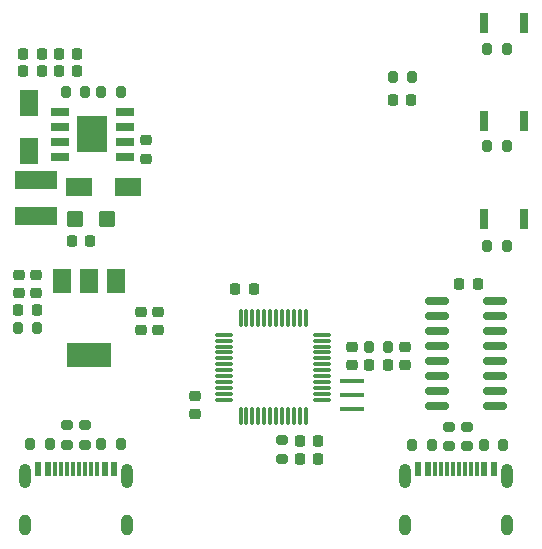
<source format=gbr>
%TF.GenerationSoftware,KiCad,Pcbnew,7.0.5*%
%TF.CreationDate,2023-08-28T18:13:49+08:00*%
%TF.ProjectId,TMC2209_TestBoard,544d4332-3230-4395-9f54-657374426f61,rev?*%
%TF.SameCoordinates,Original*%
%TF.FileFunction,Paste,Top*%
%TF.FilePolarity,Positive*%
%FSLAX46Y46*%
G04 Gerber Fmt 4.6, Leading zero omitted, Abs format (unit mm)*
G04 Created by KiCad (PCBNEW 7.0.5) date 2023-08-28 18:13:49*
%MOMM*%
%LPD*%
G01*
G04 APERTURE LIST*
G04 Aperture macros list*
%AMRoundRect*
0 Rectangle with rounded corners*
0 $1 Rounding radius*
0 $2 $3 $4 $5 $6 $7 $8 $9 X,Y pos of 4 corners*
0 Add a 4 corners polygon primitive as box body*
4,1,4,$2,$3,$4,$5,$6,$7,$8,$9,$2,$3,0*
0 Add four circle primitives for the rounded corners*
1,1,$1+$1,$2,$3*
1,1,$1+$1,$4,$5*
1,1,$1+$1,$6,$7*
1,1,$1+$1,$8,$9*
0 Add four rect primitives between the rounded corners*
20,1,$1+$1,$2,$3,$4,$5,0*
20,1,$1+$1,$4,$5,$6,$7,0*
20,1,$1+$1,$6,$7,$8,$9,0*
20,1,$1+$1,$8,$9,$2,$3,0*%
G04 Aperture macros list end*
%ADD10R,0.800000X1.700000*%
%ADD11R,2.100000X0.400000*%
%ADD12R,1.525000X0.650000*%
%ADD13R,2.600000X3.100000*%
%ADD14R,1.550000X2.200000*%
%ADD15R,2.200000X1.550000*%
%ADD16R,0.600000X1.150000*%
%ADD17R,0.300000X1.150000*%
%ADD18O,1.000000X2.100000*%
%ADD19O,1.000000X1.800000*%
%ADD20RoundRect,0.075000X0.662500X0.075000X-0.662500X0.075000X-0.662500X-0.075000X0.662500X-0.075000X0*%
%ADD21RoundRect,0.075000X0.075000X0.662500X-0.075000X0.662500X-0.075000X-0.662500X0.075000X-0.662500X0*%
%ADD22R,3.600000X1.500000*%
%ADD23RoundRect,0.200000X0.200000X0.275000X-0.200000X0.275000X-0.200000X-0.275000X0.200000X-0.275000X0*%
%ADD24RoundRect,0.225000X0.225000X0.250000X-0.225000X0.250000X-0.225000X-0.250000X0.225000X-0.250000X0*%
%ADD25RoundRect,0.250000X-0.450000X-0.425000X0.450000X-0.425000X0.450000X0.425000X-0.450000X0.425000X0*%
%ADD26RoundRect,0.225000X0.250000X-0.225000X0.250000X0.225000X-0.250000X0.225000X-0.250000X-0.225000X0*%
%ADD27RoundRect,0.218750X-0.218750X-0.256250X0.218750X-0.256250X0.218750X0.256250X-0.218750X0.256250X0*%
%ADD28RoundRect,0.225000X-0.225000X-0.250000X0.225000X-0.250000X0.225000X0.250000X-0.225000X0.250000X0*%
%ADD29RoundRect,0.200000X-0.200000X-0.275000X0.200000X-0.275000X0.200000X0.275000X-0.200000X0.275000X0*%
%ADD30RoundRect,0.200000X-0.275000X0.200000X-0.275000X-0.200000X0.275000X-0.200000X0.275000X0.200000X0*%
%ADD31RoundRect,0.225000X-0.250000X0.225000X-0.250000X-0.225000X0.250000X-0.225000X0.250000X0.225000X0*%
%ADD32RoundRect,0.200000X0.275000X-0.200000X0.275000X0.200000X-0.275000X0.200000X-0.275000X-0.200000X0*%
%ADD33RoundRect,0.218750X0.218750X0.256250X-0.218750X0.256250X-0.218750X-0.256250X0.218750X-0.256250X0*%
%ADD34RoundRect,0.150000X-0.825000X-0.150000X0.825000X-0.150000X0.825000X0.150000X-0.825000X0.150000X0*%
%ADD35R,1.500000X2.000000*%
%ADD36R,3.800000X2.000000*%
G04 APERTURE END LIST*
D10*
%TO.C,S3*%
X122540000Y-60920000D03*
X119140000Y-60920000D03*
%TD*%
%TO.C,S2*%
X122540000Y-52600000D03*
X119140000Y-52600000D03*
%TD*%
%TO.C,S1*%
X122540000Y-44260000D03*
X119140000Y-44260000D03*
%TD*%
D11*
%TO.C,R2*%
X107944430Y-74612570D03*
X107944430Y-75812570D03*
X107944430Y-77012570D03*
%TD*%
D12*
%TO.C,IC1*%
X88694000Y-55640000D03*
X88694000Y-54370000D03*
X88694000Y-53100000D03*
X88694000Y-51830000D03*
X83270000Y-51830000D03*
X83270000Y-53100000D03*
X83270000Y-54370000D03*
X83270000Y-55640000D03*
D13*
X85982000Y-53735000D03*
%TD*%
D14*
%TO.C,D3*%
X80570000Y-55130000D03*
X80570000Y-51030000D03*
%TD*%
D15*
%TO.C,D2*%
X84880000Y-58180000D03*
X88980000Y-58180000D03*
%TD*%
D16*
%TO.C,J6*%
X81400000Y-82070000D03*
X82200000Y-82070000D03*
D17*
X83350000Y-82070000D03*
X84350000Y-82070000D03*
X84850000Y-82070000D03*
X85850000Y-82070000D03*
D16*
X87000000Y-82070000D03*
X87800000Y-82070000D03*
X87800000Y-82070000D03*
X87000000Y-82070000D03*
D17*
X86350000Y-82070000D03*
X85350000Y-82070000D03*
X83850000Y-82070000D03*
X82850000Y-82070000D03*
D16*
X82200000Y-82070000D03*
X81400000Y-82070000D03*
D18*
X80280000Y-82645000D03*
D19*
X80280000Y-86825000D03*
D18*
X88920000Y-82645000D03*
D19*
X88920000Y-86825000D03*
%TD*%
D20*
%TO.C,U1*%
X105432500Y-76190000D03*
X105432500Y-75690000D03*
X105432500Y-75190000D03*
X105432500Y-74690000D03*
X105432500Y-74190000D03*
X105432500Y-73690000D03*
X105432500Y-73190000D03*
X105432500Y-72690000D03*
X105432500Y-72190000D03*
X105432500Y-71690000D03*
X105432500Y-71190000D03*
X105432500Y-70690000D03*
D21*
X104020000Y-69277500D03*
X103520000Y-69277500D03*
X103020000Y-69277500D03*
X102520000Y-69277500D03*
X102020000Y-69277500D03*
X101520000Y-69277500D03*
X101020000Y-69277500D03*
X100520000Y-69277500D03*
X100020000Y-69277500D03*
X99520000Y-69277500D03*
X99020000Y-69277500D03*
X98520000Y-69277500D03*
D20*
X97107500Y-70690000D03*
X97107500Y-71190000D03*
X97107500Y-71690000D03*
X97107500Y-72190000D03*
X97107500Y-72690000D03*
X97107500Y-73190000D03*
X97107500Y-73690000D03*
X97107500Y-74190000D03*
X97107500Y-74690000D03*
X97107500Y-75190000D03*
X97107500Y-75690000D03*
X97107500Y-76190000D03*
D21*
X98520000Y-77602500D03*
X99020000Y-77602500D03*
X99520000Y-77602500D03*
X100020000Y-77602500D03*
X100520000Y-77602500D03*
X101020000Y-77602500D03*
X101520000Y-77602500D03*
X102020000Y-77602500D03*
X102520000Y-77602500D03*
X103020000Y-77602500D03*
X103520000Y-77602500D03*
X104020000Y-77602500D03*
%TD*%
D22*
%TO.C,L1*%
X81212000Y-57550000D03*
X81212000Y-60600000D03*
%TD*%
D23*
%TO.C,R6*%
X121070000Y-54750000D03*
X119420000Y-54750000D03*
%TD*%
D24*
%TO.C,C11*%
X81690000Y-46900000D03*
X80140000Y-46900000D03*
%TD*%
D25*
%TO.C,C12*%
X84525000Y-60890000D03*
X87225000Y-60890000D03*
%TD*%
D26*
%TO.C,C9*%
X90490000Y-55790000D03*
X90490000Y-54240000D03*
%TD*%
D27*
%TO.C,D4*%
X79695000Y-68640000D03*
X81270000Y-68640000D03*
%TD*%
D23*
%TO.C,R11*%
X120740000Y-80065000D03*
X119090000Y-80065000D03*
%TD*%
D28*
%TO.C,C13*%
X83130000Y-46900000D03*
X84680000Y-46900000D03*
%TD*%
D29*
%TO.C,R9*%
X83705000Y-50150000D03*
X85355000Y-50150000D03*
%TD*%
D30*
%TO.C,R12*%
X116150000Y-78490000D03*
X116150000Y-80140000D03*
%TD*%
D31*
%TO.C,C16*%
X79720000Y-65595000D03*
X79720000Y-67145000D03*
%TD*%
D32*
%TO.C,R3*%
X102040000Y-81250000D03*
X102040000Y-79600000D03*
%TD*%
D31*
%TO.C,C17*%
X81230000Y-65595000D03*
X81230000Y-67145000D03*
%TD*%
D23*
%TO.C,R1*%
X111030000Y-71720000D03*
X109380000Y-71720000D03*
%TD*%
D29*
%TO.C,R15*%
X80725000Y-79920000D03*
X82375000Y-79920000D03*
%TD*%
D33*
%TO.C,D1*%
X112967500Y-50820000D03*
X111392500Y-50820000D03*
%TD*%
D23*
%TO.C,R14*%
X81295000Y-70150000D03*
X79645000Y-70150000D03*
%TD*%
D28*
%TO.C,C4*%
X109430000Y-73220000D03*
X110980000Y-73220000D03*
%TD*%
D16*
%TO.C,J5*%
X113570000Y-82070000D03*
X114370000Y-82070000D03*
D17*
X115520000Y-82070000D03*
X116520000Y-82070000D03*
X117020000Y-82070000D03*
X118020000Y-82070000D03*
D16*
X119170000Y-82070000D03*
X119970000Y-82070000D03*
X119970000Y-82070000D03*
X119170000Y-82070000D03*
D17*
X118520000Y-82070000D03*
X117520000Y-82070000D03*
X116020000Y-82070000D03*
X115020000Y-82070000D03*
D16*
X114370000Y-82070000D03*
X113570000Y-82070000D03*
D18*
X112450000Y-82645000D03*
D19*
X112450000Y-86825000D03*
D18*
X121090000Y-82645000D03*
D19*
X121090000Y-86825000D03*
%TD*%
D31*
%TO.C,C3*%
X107950000Y-71695000D03*
X107950000Y-73245000D03*
%TD*%
D26*
%TO.C,C18*%
X91570000Y-70285000D03*
X91570000Y-68735000D03*
%TD*%
D24*
%TO.C,C8*%
X118590000Y-66370000D03*
X117040000Y-66370000D03*
%TD*%
D23*
%TO.C,R5*%
X121070000Y-46540000D03*
X119420000Y-46540000D03*
%TD*%
D26*
%TO.C,C1*%
X94660000Y-77425000D03*
X94660000Y-75875000D03*
%TD*%
D23*
%TO.C,R16*%
X88380000Y-79920000D03*
X86730000Y-79920000D03*
%TD*%
D30*
%TO.C,R17*%
X83800000Y-78345000D03*
X83800000Y-79995000D03*
%TD*%
D23*
%TO.C,R4*%
X113045000Y-48830000D03*
X111395000Y-48830000D03*
%TD*%
D26*
%TO.C,C7*%
X112460000Y-73245000D03*
X112460000Y-71695000D03*
%TD*%
D24*
%TO.C,C6*%
X105105000Y-81190000D03*
X103555000Y-81190000D03*
%TD*%
D34*
%TO.C,U2*%
X115135000Y-67865000D03*
X115135000Y-69135000D03*
X115135000Y-70405000D03*
X115135000Y-71675000D03*
X115135000Y-72945000D03*
X115135000Y-74215000D03*
X115135000Y-75485000D03*
X115135000Y-76755000D03*
X120085000Y-76755000D03*
X120085000Y-75485000D03*
X120085000Y-74215000D03*
X120085000Y-72945000D03*
X120085000Y-71675000D03*
X120085000Y-70405000D03*
X120085000Y-69135000D03*
X120085000Y-67865000D03*
%TD*%
D24*
%TO.C,C2*%
X105105000Y-79660000D03*
X103555000Y-79660000D03*
%TD*%
%TO.C,C15*%
X81690000Y-48397500D03*
X80140000Y-48397500D03*
%TD*%
D30*
%TO.C,R18*%
X85310000Y-78345000D03*
X85310000Y-79995000D03*
%TD*%
D23*
%TO.C,R7*%
X121070000Y-63160000D03*
X119420000Y-63160000D03*
%TD*%
D28*
%TO.C,C10*%
X84235000Y-62740000D03*
X85785000Y-62740000D03*
%TD*%
D35*
%TO.C,U3*%
X87960000Y-66140000D03*
X85660000Y-66140000D03*
D36*
X85660000Y-72440000D03*
D35*
X83360000Y-66140000D03*
%TD*%
D28*
%TO.C,C5*%
X98085000Y-66860000D03*
X99635000Y-66860000D03*
%TD*%
%TO.C,C14*%
X83130000Y-48397500D03*
X84680000Y-48397500D03*
%TD*%
D26*
%TO.C,C19*%
X90050000Y-70285000D03*
X90050000Y-68735000D03*
%TD*%
D29*
%TO.C,R8*%
X86720000Y-50150000D03*
X88370000Y-50150000D03*
%TD*%
D30*
%TO.C,R13*%
X117660000Y-78490000D03*
X117660000Y-80140000D03*
%TD*%
D29*
%TO.C,R10*%
X113065000Y-80065000D03*
X114715000Y-80065000D03*
%TD*%
M02*

</source>
